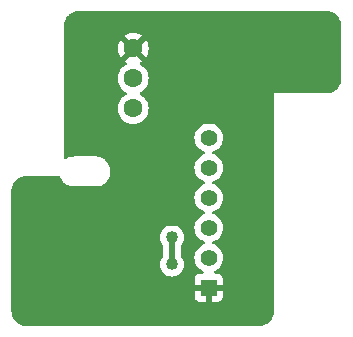
<source format=gbr>
%TF.GenerationSoftware,KiCad,Pcbnew,6.0.7-f9a2dced07~116~ubuntu20.04.1*%
%TF.CreationDate,2022-09-17T15:12:38-07:00*%
%TF.ProjectId,MAG_encoder_adapter,4d41475f-656e-4636-9f64-65725f616461,rev?*%
%TF.SameCoordinates,Original*%
%TF.FileFunction,Copper,L2,Bot*%
%TF.FilePolarity,Positive*%
%FSLAX46Y46*%
G04 Gerber Fmt 4.6, Leading zero omitted, Abs format (unit mm)*
G04 Created by KiCad (PCBNEW 6.0.7-f9a2dced07~116~ubuntu20.04.1) date 2022-09-17 15:12:38*
%MOMM*%
%LPD*%
G01*
G04 APERTURE LIST*
%TA.AperFunction,ComponentPad*%
%ADD10R,1.397000X1.397000*%
%TD*%
%TA.AperFunction,ComponentPad*%
%ADD11C,1.397000*%
%TD*%
%TA.AperFunction,ComponentPad*%
%ADD12C,1.600200*%
%TD*%
%TA.AperFunction,ViaPad*%
%ADD13C,1.016000*%
%TD*%
%TA.AperFunction,Conductor*%
%ADD14C,0.508000*%
%TD*%
G04 APERTURE END LIST*
D10*
%TO.P,J3,1,Pin_1*%
%TO.N,GND*%
X173558000Y-124405500D03*
D11*
%TO.P,J3,2,Pin_2*%
%TO.N,+5V*%
X173558000Y-121865500D03*
%TO.P,J3,3,Pin_3*%
%TO.N,/A*%
X173558000Y-119325500D03*
%TO.P,J3,4,Pin_4*%
%TO.N,/B*%
X173558000Y-116785500D03*
%TO.P,J3,5,Pin_5*%
%TO.N,/PWM*%
X173558000Y-114245500D03*
%TO.P,J3,6,Pin_6*%
%TO.N,/AIN*%
X173558000Y-111705500D03*
%TD*%
D12*
%TO.P,J2,1,Pin_1*%
%TO.N,GND*%
X167156451Y-104140000D03*
%TO.P,J2,2,Pin_2*%
%TO.N,+5V*%
X167156451Y-106680000D03*
%TO.P,J2,3,Pin_3*%
%TO.N,/AIN*%
X167156451Y-109220000D03*
%TD*%
D13*
%TO.N,GND*%
X161290000Y-118110000D03*
%TO.N,/B*%
X170434000Y-120142000D03*
X170434000Y-122428000D03*
%TD*%
D14*
%TO.N,/B*%
X170434000Y-122428000D02*
X170434000Y-120142000D01*
%TD*%
%TA.AperFunction,Conductor*%
%TO.N,GND*%
G36*
X183520474Y-100965479D02*
G01*
X183568516Y-100969682D01*
X183724555Y-100983334D01*
X183746178Y-100987146D01*
X183879535Y-101022879D01*
X183938718Y-101038737D01*
X183959358Y-101046249D01*
X184140015Y-101130492D01*
X184159026Y-101141468D01*
X184300489Y-101240522D01*
X184322314Y-101255804D01*
X184339138Y-101269922D01*
X184480078Y-101410862D01*
X184494196Y-101427686D01*
X184608532Y-101590974D01*
X184619508Y-101609985D01*
X184693102Y-101767807D01*
X184703751Y-101790643D01*
X184711263Y-101811282D01*
X184762853Y-102003818D01*
X184766667Y-102025448D01*
X184784521Y-102229526D01*
X184785000Y-102240507D01*
X184785000Y-106674493D01*
X184784521Y-106685474D01*
X184766667Y-106889552D01*
X184762853Y-106911182D01*
X184711263Y-107103718D01*
X184703751Y-107124357D01*
X184619508Y-107305015D01*
X184608532Y-107324026D01*
X184509478Y-107465489D01*
X184494196Y-107487314D01*
X184480078Y-107504138D01*
X184339138Y-107645078D01*
X184322314Y-107659196D01*
X184159026Y-107773532D01*
X184140015Y-107784508D01*
X183982193Y-107858102D01*
X183959357Y-107868751D01*
X183938717Y-107876263D01*
X183746178Y-107927854D01*
X183724555Y-107931666D01*
X183568516Y-107945318D01*
X183520474Y-107949521D01*
X183509493Y-107950000D01*
X176530000Y-107950000D01*
X176530000Y-100965000D01*
X183509493Y-100965000D01*
X183520474Y-100965479D01*
G37*
%TD.AperFunction*%
%TD*%
%TA.AperFunction,Conductor*%
%TO.N,GND*%
G36*
X179070000Y-126359493D02*
G01*
X179069521Y-126370474D01*
X179051667Y-126574552D01*
X179047853Y-126596182D01*
X178996263Y-126788718D01*
X178988751Y-126809357D01*
X178904508Y-126990015D01*
X178893532Y-127009026D01*
X178794478Y-127150489D01*
X178779196Y-127172314D01*
X178765078Y-127189138D01*
X178624138Y-127330078D01*
X178607314Y-127344196D01*
X178444026Y-127458532D01*
X178425015Y-127469508D01*
X178267193Y-127543102D01*
X178244357Y-127553751D01*
X178223717Y-127561263D01*
X178031178Y-127612854D01*
X178009555Y-127616666D01*
X177853516Y-127630318D01*
X177805474Y-127634521D01*
X177794493Y-127635000D01*
X158120507Y-127635000D01*
X158109526Y-127634521D01*
X158061484Y-127630318D01*
X157905445Y-127616666D01*
X157883822Y-127612854D01*
X157691283Y-127561263D01*
X157670643Y-127553751D01*
X157647807Y-127543102D01*
X157489985Y-127469508D01*
X157470974Y-127458532D01*
X157307686Y-127344196D01*
X157290862Y-127330078D01*
X157149922Y-127189138D01*
X157135804Y-127172314D01*
X157120522Y-127150489D01*
X157021468Y-127009026D01*
X157010492Y-126990015D01*
X156926249Y-126809357D01*
X156918737Y-126788718D01*
X156867147Y-126596182D01*
X156863333Y-126574552D01*
X156845479Y-126370474D01*
X156845000Y-126359493D01*
X156845000Y-125148669D01*
X172351501Y-125148669D01*
X172351871Y-125155490D01*
X172357395Y-125206352D01*
X172361021Y-125221604D01*
X172406176Y-125342054D01*
X172414714Y-125357649D01*
X172491215Y-125459724D01*
X172503776Y-125472285D01*
X172605851Y-125548786D01*
X172621446Y-125557324D01*
X172741894Y-125602478D01*
X172757149Y-125606105D01*
X172808014Y-125611631D01*
X172814828Y-125612000D01*
X173285885Y-125612000D01*
X173301124Y-125607525D01*
X173302329Y-125606135D01*
X173304000Y-125598452D01*
X173304000Y-125593884D01*
X173812000Y-125593884D01*
X173816475Y-125609123D01*
X173817865Y-125610328D01*
X173825548Y-125611999D01*
X174301169Y-125611999D01*
X174307990Y-125611629D01*
X174358852Y-125606105D01*
X174374104Y-125602479D01*
X174494554Y-125557324D01*
X174510149Y-125548786D01*
X174612224Y-125472285D01*
X174624785Y-125459724D01*
X174701286Y-125357649D01*
X174709824Y-125342054D01*
X174754978Y-125221606D01*
X174758605Y-125206351D01*
X174764131Y-125155486D01*
X174764500Y-125148672D01*
X174764500Y-124677615D01*
X174760025Y-124662376D01*
X174758635Y-124661171D01*
X174750952Y-124659500D01*
X173830115Y-124659500D01*
X173814876Y-124663975D01*
X173813671Y-124665365D01*
X173812000Y-124673048D01*
X173812000Y-125593884D01*
X173304000Y-125593884D01*
X173304000Y-124677615D01*
X173299525Y-124662376D01*
X173298135Y-124661171D01*
X173290452Y-124659500D01*
X172369616Y-124659500D01*
X172354377Y-124663975D01*
X172353172Y-124665365D01*
X172351501Y-124673048D01*
X172351501Y-125148669D01*
X156845000Y-125148669D01*
X156845000Y-122413739D01*
X169412682Y-122413739D01*
X169429362Y-122612386D01*
X169439633Y-122648204D01*
X169482245Y-122796807D01*
X169484310Y-122804009D01*
X169487125Y-122809486D01*
X169563864Y-122958805D01*
X169575430Y-122981311D01*
X169699253Y-123137537D01*
X169851063Y-123266737D01*
X169856441Y-123269743D01*
X169856443Y-123269744D01*
X169898397Y-123293191D01*
X170025076Y-123363989D01*
X170030935Y-123365893D01*
X170030938Y-123365894D01*
X170066701Y-123377514D01*
X170214665Y-123425591D01*
X170220775Y-123426320D01*
X170220777Y-123426320D01*
X170288314Y-123434373D01*
X170412609Y-123449194D01*
X170418744Y-123448722D01*
X170418746Y-123448722D01*
X170605226Y-123434373D01*
X170605231Y-123434372D01*
X170611367Y-123433900D01*
X170617297Y-123432244D01*
X170617299Y-123432244D01*
X170707368Y-123407096D01*
X170803370Y-123380292D01*
X170808870Y-123377514D01*
X170975802Y-123293191D01*
X170975804Y-123293190D01*
X170981303Y-123290412D01*
X171138390Y-123167682D01*
X171160962Y-123141532D01*
X171264618Y-123021446D01*
X171264619Y-123021444D01*
X171268647Y-123016778D01*
X171367112Y-122843448D01*
X171430035Y-122654294D01*
X171436105Y-122606247D01*
X171454578Y-122460023D01*
X171454579Y-122460013D01*
X171455020Y-122456520D01*
X171455418Y-122428000D01*
X171435965Y-122229606D01*
X171434184Y-122223707D01*
X171434183Y-122223702D01*
X171380129Y-122044667D01*
X171378348Y-122038768D01*
X171331554Y-121950762D01*
X171287655Y-121868198D01*
X171287653Y-121868195D01*
X171286220Y-121865500D01*
X172346389Y-121865500D01*
X172364796Y-122075894D01*
X172366220Y-122081207D01*
X172366220Y-122081209D01*
X172402240Y-122215635D01*
X172419458Y-122279895D01*
X172421780Y-122284876D01*
X172421781Y-122284877D01*
X172501820Y-122456520D01*
X172508714Y-122471305D01*
X172629852Y-122644309D01*
X172779191Y-122793648D01*
X172783699Y-122796805D01*
X172783702Y-122796807D01*
X172947685Y-122911629D01*
X172952194Y-122914786D01*
X172957176Y-122917109D01*
X172957181Y-122917112D01*
X173046595Y-122958806D01*
X173099880Y-123005723D01*
X173119341Y-123074001D01*
X173098799Y-123141961D01*
X173044776Y-123188026D01*
X172993345Y-123199001D01*
X172814831Y-123199001D01*
X172808010Y-123199371D01*
X172757148Y-123204895D01*
X172741896Y-123208521D01*
X172621446Y-123253676D01*
X172605851Y-123262214D01*
X172503776Y-123338715D01*
X172491215Y-123351276D01*
X172414714Y-123453351D01*
X172406176Y-123468946D01*
X172361022Y-123589394D01*
X172357395Y-123604649D01*
X172351869Y-123655514D01*
X172351500Y-123662328D01*
X172351500Y-124133385D01*
X172355975Y-124148624D01*
X172357365Y-124149829D01*
X172365048Y-124151500D01*
X174746384Y-124151500D01*
X174761623Y-124147025D01*
X174762828Y-124145635D01*
X174764499Y-124137952D01*
X174764499Y-123662331D01*
X174764129Y-123655510D01*
X174758605Y-123604648D01*
X174754979Y-123589396D01*
X174709824Y-123468946D01*
X174701286Y-123453351D01*
X174624785Y-123351276D01*
X174612224Y-123338715D01*
X174510149Y-123262214D01*
X174494554Y-123253676D01*
X174374106Y-123208522D01*
X174358851Y-123204895D01*
X174307986Y-123199369D01*
X174301172Y-123199000D01*
X174122656Y-123199000D01*
X174054535Y-123178998D01*
X174008042Y-123125342D01*
X173997938Y-123055068D01*
X174027432Y-122990488D01*
X174069407Y-122958805D01*
X174158815Y-122917114D01*
X174158821Y-122917111D01*
X174163806Y-122914786D01*
X174168315Y-122911629D01*
X174332298Y-122796807D01*
X174332301Y-122796805D01*
X174336809Y-122793648D01*
X174486148Y-122644309D01*
X174607286Y-122471305D01*
X174614181Y-122456520D01*
X174694219Y-122284877D01*
X174694220Y-122284876D01*
X174696542Y-122279895D01*
X174713761Y-122215635D01*
X174749780Y-122081209D01*
X174749780Y-122081207D01*
X174751204Y-122075894D01*
X174769611Y-121865500D01*
X174751204Y-121655106D01*
X174696542Y-121451105D01*
X174607286Y-121259695D01*
X174486148Y-121086691D01*
X174336809Y-120937352D01*
X174332301Y-120934195D01*
X174332298Y-120934193D01*
X174168315Y-120819371D01*
X174168312Y-120819369D01*
X174163806Y-120816214D01*
X174158824Y-120813891D01*
X174158819Y-120813888D01*
X173977377Y-120729281D01*
X173977376Y-120729281D01*
X173972395Y-120726958D01*
X173967087Y-120725536D01*
X173967085Y-120725535D01*
X173936004Y-120717207D01*
X173875381Y-120680255D01*
X173844360Y-120616394D01*
X173852788Y-120545900D01*
X173897991Y-120491153D01*
X173936004Y-120473793D01*
X173967085Y-120465465D01*
X173967087Y-120465464D01*
X173972395Y-120464042D01*
X173977377Y-120461719D01*
X174158819Y-120377112D01*
X174158824Y-120377109D01*
X174163806Y-120374786D01*
X174224474Y-120332306D01*
X174332298Y-120256807D01*
X174332301Y-120256805D01*
X174336809Y-120253648D01*
X174486148Y-120104309D01*
X174607286Y-119931305D01*
X174610802Y-119923766D01*
X174694219Y-119744877D01*
X174694220Y-119744876D01*
X174696542Y-119739895D01*
X174751204Y-119535894D01*
X174769611Y-119325500D01*
X174751204Y-119115106D01*
X174696542Y-118911105D01*
X174607286Y-118719695D01*
X174486148Y-118546691D01*
X174336809Y-118397352D01*
X174332301Y-118394195D01*
X174332298Y-118394193D01*
X174168315Y-118279371D01*
X174168312Y-118279369D01*
X174163806Y-118276214D01*
X174158824Y-118273891D01*
X174158819Y-118273888D01*
X173977377Y-118189281D01*
X173977376Y-118189281D01*
X173972395Y-118186958D01*
X173967087Y-118185536D01*
X173967085Y-118185535D01*
X173936004Y-118177207D01*
X173875381Y-118140255D01*
X173844360Y-118076394D01*
X173852788Y-118005900D01*
X173897991Y-117951153D01*
X173936004Y-117933793D01*
X173967085Y-117925465D01*
X173967087Y-117925464D01*
X173972395Y-117924042D01*
X173977377Y-117921719D01*
X174158819Y-117837112D01*
X174158824Y-117837109D01*
X174163806Y-117834786D01*
X174168315Y-117831629D01*
X174332298Y-117716807D01*
X174332301Y-117716805D01*
X174336809Y-117713648D01*
X174486148Y-117564309D01*
X174607286Y-117391305D01*
X174696542Y-117199895D01*
X174751204Y-116995894D01*
X174769611Y-116785500D01*
X174751204Y-116575106D01*
X174696542Y-116371105D01*
X174621654Y-116210507D01*
X174609609Y-116184676D01*
X174609607Y-116184673D01*
X174607286Y-116179695D01*
X174486148Y-116006691D01*
X174336809Y-115857352D01*
X174332301Y-115854195D01*
X174332298Y-115854193D01*
X174168315Y-115739371D01*
X174168312Y-115739369D01*
X174163806Y-115736214D01*
X174158824Y-115733891D01*
X174158819Y-115733888D01*
X173977377Y-115649281D01*
X173977376Y-115649281D01*
X173972395Y-115646958D01*
X173967087Y-115645536D01*
X173967085Y-115645535D01*
X173936004Y-115637207D01*
X173875381Y-115600255D01*
X173844360Y-115536394D01*
X173852788Y-115465900D01*
X173897991Y-115411153D01*
X173936004Y-115393793D01*
X173967085Y-115385465D01*
X173967087Y-115385464D01*
X173972395Y-115384042D01*
X173979215Y-115380862D01*
X174158819Y-115297112D01*
X174158824Y-115297109D01*
X174163806Y-115294786D01*
X174168315Y-115291629D01*
X174332298Y-115176807D01*
X174332301Y-115176805D01*
X174336809Y-115173648D01*
X174486148Y-115024309D01*
X174607286Y-114851305D01*
X174696542Y-114659895D01*
X174737148Y-114508354D01*
X174749780Y-114461209D01*
X174749780Y-114461207D01*
X174751204Y-114455894D01*
X174769611Y-114245500D01*
X174751204Y-114035106D01*
X174696542Y-113831105D01*
X174633074Y-113694998D01*
X174609609Y-113644676D01*
X174609607Y-113644673D01*
X174607286Y-113639695D01*
X174486148Y-113466691D01*
X174336809Y-113317352D01*
X174332301Y-113314195D01*
X174332298Y-113314193D01*
X174168315Y-113199371D01*
X174168312Y-113199369D01*
X174163806Y-113196214D01*
X174158824Y-113193891D01*
X174158819Y-113193888D01*
X173977377Y-113109281D01*
X173977376Y-113109281D01*
X173972395Y-113106958D01*
X173967087Y-113105536D01*
X173967085Y-113105535D01*
X173936004Y-113097207D01*
X173875381Y-113060255D01*
X173844360Y-112996394D01*
X173852788Y-112925900D01*
X173897991Y-112871153D01*
X173936004Y-112853793D01*
X173967085Y-112845465D01*
X173967087Y-112845464D01*
X173972395Y-112844042D01*
X174010808Y-112826130D01*
X174158819Y-112757112D01*
X174158824Y-112757109D01*
X174163806Y-112754786D01*
X174296097Y-112662155D01*
X174332298Y-112636807D01*
X174332301Y-112636805D01*
X174336809Y-112633648D01*
X174486148Y-112484309D01*
X174607286Y-112311305D01*
X174642940Y-112234846D01*
X174694219Y-112124877D01*
X174694220Y-112124876D01*
X174696542Y-112119895D01*
X174751204Y-111915894D01*
X174769611Y-111705500D01*
X174751204Y-111495106D01*
X174696542Y-111291105D01*
X174607286Y-111099695D01*
X174486148Y-110926691D01*
X174336809Y-110777352D01*
X174332301Y-110774195D01*
X174332298Y-110774193D01*
X174168315Y-110659371D01*
X174168312Y-110659369D01*
X174163806Y-110656214D01*
X174158824Y-110653891D01*
X174158819Y-110653888D01*
X173977377Y-110569281D01*
X173977376Y-110569281D01*
X173972395Y-110566958D01*
X173967087Y-110565536D01*
X173967085Y-110565535D01*
X173773709Y-110513720D01*
X173773707Y-110513720D01*
X173768394Y-110512296D01*
X173558000Y-110493889D01*
X173347606Y-110512296D01*
X173342293Y-110513720D01*
X173342291Y-110513720D01*
X173148915Y-110565535D01*
X173148913Y-110565536D01*
X173143605Y-110566958D01*
X173138624Y-110569280D01*
X173138623Y-110569281D01*
X172957176Y-110653891D01*
X172957173Y-110653893D01*
X172952195Y-110656214D01*
X172779191Y-110777352D01*
X172629852Y-110926691D01*
X172508714Y-111099695D01*
X172419458Y-111291105D01*
X172364796Y-111495106D01*
X172346389Y-111705500D01*
X172364796Y-111915894D01*
X172419458Y-112119895D01*
X172421780Y-112124876D01*
X172421781Y-112124877D01*
X172473061Y-112234846D01*
X172508714Y-112311305D01*
X172629852Y-112484309D01*
X172779191Y-112633648D01*
X172783699Y-112636805D01*
X172783702Y-112636807D01*
X172819903Y-112662155D01*
X172952194Y-112754786D01*
X172957176Y-112757109D01*
X172957181Y-112757112D01*
X173105192Y-112826130D01*
X173143605Y-112844042D01*
X173148913Y-112845464D01*
X173148915Y-112845465D01*
X173179996Y-112853793D01*
X173240619Y-112890745D01*
X173271640Y-112954606D01*
X173263212Y-113025100D01*
X173218009Y-113079847D01*
X173179996Y-113097207D01*
X173148915Y-113105535D01*
X173148913Y-113105536D01*
X173143605Y-113106958D01*
X173138624Y-113109280D01*
X173138623Y-113109281D01*
X172957176Y-113193891D01*
X172957173Y-113193893D01*
X172952195Y-113196214D01*
X172779191Y-113317352D01*
X172629852Y-113466691D01*
X172508714Y-113639695D01*
X172506393Y-113644673D01*
X172506391Y-113644676D01*
X172482926Y-113694998D01*
X172419458Y-113831105D01*
X172364796Y-114035106D01*
X172346389Y-114245500D01*
X172364796Y-114455894D01*
X172366220Y-114461207D01*
X172366220Y-114461209D01*
X172378853Y-114508354D01*
X172419458Y-114659895D01*
X172508714Y-114851305D01*
X172629852Y-115024309D01*
X172779191Y-115173648D01*
X172783699Y-115176805D01*
X172783702Y-115176807D01*
X172947685Y-115291629D01*
X172952194Y-115294786D01*
X172957176Y-115297109D01*
X172957181Y-115297112D01*
X173136785Y-115380862D01*
X173143605Y-115384042D01*
X173148913Y-115385464D01*
X173148915Y-115385465D01*
X173179996Y-115393793D01*
X173240619Y-115430745D01*
X173271640Y-115494606D01*
X173263212Y-115565100D01*
X173218009Y-115619847D01*
X173179996Y-115637207D01*
X173148915Y-115645535D01*
X173148913Y-115645536D01*
X173143605Y-115646958D01*
X173138624Y-115649280D01*
X173138623Y-115649281D01*
X172957176Y-115733891D01*
X172957173Y-115733893D01*
X172952195Y-115736214D01*
X172779191Y-115857352D01*
X172629852Y-116006691D01*
X172508714Y-116179695D01*
X172506393Y-116184673D01*
X172506391Y-116184676D01*
X172494346Y-116210507D01*
X172419458Y-116371105D01*
X172364796Y-116575106D01*
X172346389Y-116785500D01*
X172364796Y-116995894D01*
X172419458Y-117199895D01*
X172508714Y-117391305D01*
X172629852Y-117564309D01*
X172779191Y-117713648D01*
X172783699Y-117716805D01*
X172783702Y-117716807D01*
X172947685Y-117831629D01*
X172952194Y-117834786D01*
X172957176Y-117837109D01*
X172957181Y-117837112D01*
X173138623Y-117921719D01*
X173143605Y-117924042D01*
X173148913Y-117925464D01*
X173148915Y-117925465D01*
X173179996Y-117933793D01*
X173240619Y-117970745D01*
X173271640Y-118034606D01*
X173263212Y-118105100D01*
X173218009Y-118159847D01*
X173179996Y-118177207D01*
X173148915Y-118185535D01*
X173148913Y-118185536D01*
X173143605Y-118186958D01*
X173138624Y-118189280D01*
X173138623Y-118189281D01*
X172957176Y-118273891D01*
X172957173Y-118273893D01*
X172952195Y-118276214D01*
X172779191Y-118397352D01*
X172629852Y-118546691D01*
X172508714Y-118719695D01*
X172419458Y-118911105D01*
X172364796Y-119115106D01*
X172346389Y-119325500D01*
X172364796Y-119535894D01*
X172419458Y-119739895D01*
X172421780Y-119744876D01*
X172421781Y-119744877D01*
X172505199Y-119923766D01*
X172508714Y-119931305D01*
X172629852Y-120104309D01*
X172779191Y-120253648D01*
X172783699Y-120256805D01*
X172783702Y-120256807D01*
X172891526Y-120332306D01*
X172952194Y-120374786D01*
X172957176Y-120377109D01*
X172957181Y-120377112D01*
X173138623Y-120461719D01*
X173143605Y-120464042D01*
X173148913Y-120465464D01*
X173148915Y-120465465D01*
X173179996Y-120473793D01*
X173240619Y-120510745D01*
X173271640Y-120574606D01*
X173263212Y-120645100D01*
X173218009Y-120699847D01*
X173179996Y-120717207D01*
X173148915Y-120725535D01*
X173148913Y-120725536D01*
X173143605Y-120726958D01*
X173138624Y-120729280D01*
X173138623Y-120729281D01*
X172957176Y-120813891D01*
X172957173Y-120813893D01*
X172952195Y-120816214D01*
X172779191Y-120937352D01*
X172629852Y-121086691D01*
X172508714Y-121259695D01*
X172419458Y-121451105D01*
X172364796Y-121655106D01*
X172346389Y-121865500D01*
X171286220Y-121865500D01*
X171284761Y-121862756D01*
X171280871Y-121857986D01*
X171280868Y-121857982D01*
X171224857Y-121789307D01*
X171197303Y-121723875D01*
X171196500Y-121709671D01*
X171196500Y-120861220D01*
X171216502Y-120793099D01*
X171227114Y-120778895D01*
X171268647Y-120730778D01*
X171367112Y-120557448D01*
X171430035Y-120368294D01*
X171436105Y-120320247D01*
X171454578Y-120174023D01*
X171454579Y-120174013D01*
X171455020Y-120170520D01*
X171455418Y-120142000D01*
X171435965Y-119943606D01*
X171434184Y-119937707D01*
X171434183Y-119937702D01*
X171380129Y-119758667D01*
X171378348Y-119752768D01*
X171284761Y-119576756D01*
X171280871Y-119571986D01*
X171280868Y-119571982D01*
X171162663Y-119427049D01*
X171162660Y-119427046D01*
X171158768Y-119422274D01*
X171005170Y-119295206D01*
X170829815Y-119200392D01*
X170639385Y-119141444D01*
X170633260Y-119140800D01*
X170633259Y-119140800D01*
X170447260Y-119121251D01*
X170447258Y-119121251D01*
X170441131Y-119120607D01*
X170318252Y-119131790D01*
X170248746Y-119138115D01*
X170248745Y-119138115D01*
X170242605Y-119138674D01*
X170236691Y-119140415D01*
X170236689Y-119140415D01*
X170106539Y-119178721D01*
X170051370Y-119194958D01*
X169874709Y-119287314D01*
X169869909Y-119291174D01*
X169869908Y-119291174D01*
X169864893Y-119295206D01*
X169719351Y-119412225D01*
X169591214Y-119564933D01*
X169495179Y-119739621D01*
X169434902Y-119929635D01*
X169412682Y-120127739D01*
X169429362Y-120326386D01*
X169484310Y-120518009D01*
X169575430Y-120695311D01*
X169603541Y-120730778D01*
X169644245Y-120782134D01*
X169670883Y-120847944D01*
X169671500Y-120860399D01*
X169671500Y-121709391D01*
X169651498Y-121777512D01*
X169642022Y-121790382D01*
X169591214Y-121850933D01*
X169495179Y-122025621D01*
X169493318Y-122031488D01*
X169493317Y-122031490D01*
X169479231Y-122075894D01*
X169434902Y-122215635D01*
X169412682Y-122413739D01*
X156845000Y-122413739D01*
X156845000Y-116210507D01*
X156845479Y-116199526D01*
X156863333Y-115995448D01*
X156867147Y-115973818D01*
X156918737Y-115781282D01*
X156926249Y-115760643D01*
X156960302Y-115687616D01*
X157010492Y-115579985D01*
X157021468Y-115560974D01*
X157120522Y-115419511D01*
X157135804Y-115397686D01*
X157149922Y-115380862D01*
X157290862Y-115239922D01*
X157307686Y-115225804D01*
X157329511Y-115210522D01*
X157470974Y-115111468D01*
X157489985Y-115100492D01*
X157670642Y-115016249D01*
X157691282Y-115008737D01*
X157733375Y-114997458D01*
X157883822Y-114957146D01*
X157905445Y-114953334D01*
X158061484Y-114939682D01*
X158109526Y-114935479D01*
X158120507Y-114935000D01*
X160966860Y-114935000D01*
X160997927Y-115035987D01*
X161101946Y-115237519D01*
X161240009Y-115417447D01*
X161324806Y-115494606D01*
X161403605Y-115566308D01*
X161403608Y-115566310D01*
X161407752Y-115570081D01*
X161412503Y-115573062D01*
X161412504Y-115573062D01*
X161595118Y-115687616D01*
X161595122Y-115687618D01*
X161599874Y-115690599D01*
X161810301Y-115775190D01*
X162032382Y-115821181D01*
X162036993Y-115821447D01*
X162036994Y-115821447D01*
X162088121Y-115824395D01*
X162088125Y-115824395D01*
X162089944Y-115824500D01*
X164014535Y-115824500D01*
X164017322Y-115824251D01*
X164017328Y-115824251D01*
X164087506Y-115817987D01*
X164182895Y-115809474D01*
X164401651Y-115749630D01*
X164406709Y-115747218D01*
X164406713Y-115747216D01*
X164601284Y-115654410D01*
X164601285Y-115654409D01*
X164606351Y-115651993D01*
X164715044Y-115573889D01*
X164785966Y-115522926D01*
X164785968Y-115522924D01*
X164790526Y-115519649D01*
X164868968Y-115438704D01*
X164944452Y-115360811D01*
X164944454Y-115360808D01*
X164948355Y-115356783D01*
X165046638Y-115210522D01*
X165071721Y-115173195D01*
X165071724Y-115173190D01*
X165074847Y-115168542D01*
X165166007Y-114960876D01*
X165193508Y-114846324D01*
X165217640Y-114745808D01*
X165217641Y-114745802D01*
X165218950Y-114740349D01*
X165232006Y-114513931D01*
X165204759Y-114288781D01*
X165193129Y-114250975D01*
X165139722Y-114077374D01*
X165138073Y-114072013D01*
X165034054Y-113870481D01*
X164895991Y-113690553D01*
X164783672Y-113588351D01*
X164732395Y-113541692D01*
X164732392Y-113541690D01*
X164728248Y-113537919D01*
X164654894Y-113491904D01*
X164540882Y-113420384D01*
X164540878Y-113420382D01*
X164536126Y-113417401D01*
X164325699Y-113332810D01*
X164103618Y-113286819D01*
X164099007Y-113286553D01*
X164099006Y-113286553D01*
X164047879Y-113283605D01*
X164047875Y-113283605D01*
X164046056Y-113283500D01*
X162121465Y-113283500D01*
X162118678Y-113283749D01*
X162118672Y-113283749D01*
X162048494Y-113290013D01*
X161953105Y-113298526D01*
X161734349Y-113358370D01*
X161729291Y-113360782D01*
X161729287Y-113360784D01*
X161534716Y-113453590D01*
X161529649Y-113456007D01*
X161489525Y-113484839D01*
X161422534Y-113508346D01*
X161353468Y-113491904D01*
X161304255Y-113440731D01*
X161290000Y-113382516D01*
X161290000Y-109220000D01*
X165842852Y-109220000D01*
X165862809Y-109448104D01*
X165922072Y-109669277D01*
X165924394Y-109674258D01*
X165924395Y-109674259D01*
X166016515Y-109871812D01*
X166016518Y-109871817D01*
X166018841Y-109876799D01*
X166150176Y-110064365D01*
X166312086Y-110226275D01*
X166499651Y-110357610D01*
X166504633Y-110359933D01*
X166504638Y-110359936D01*
X166702192Y-110452056D01*
X166707174Y-110454379D01*
X166712482Y-110455801D01*
X166712484Y-110455802D01*
X166923032Y-110512218D01*
X166923034Y-110512218D01*
X166928347Y-110513642D01*
X167156451Y-110533599D01*
X167384555Y-110513642D01*
X167389868Y-110512218D01*
X167389870Y-110512218D01*
X167600418Y-110455802D01*
X167600420Y-110455801D01*
X167605728Y-110454379D01*
X167610710Y-110452056D01*
X167808264Y-110359936D01*
X167808269Y-110359933D01*
X167813251Y-110357610D01*
X168000816Y-110226275D01*
X168162726Y-110064365D01*
X168294061Y-109876799D01*
X168296384Y-109871817D01*
X168296387Y-109871812D01*
X168388507Y-109674259D01*
X168388508Y-109674258D01*
X168390830Y-109669277D01*
X168450093Y-109448104D01*
X168470050Y-109220000D01*
X168450093Y-108991896D01*
X168390830Y-108770723D01*
X168300890Y-108577845D01*
X168296387Y-108568188D01*
X168296384Y-108568183D01*
X168294061Y-108563201D01*
X168196741Y-108424213D01*
X168165885Y-108380146D01*
X168165883Y-108380143D01*
X168162726Y-108375635D01*
X168000816Y-108213725D01*
X167813251Y-108082390D01*
X167808263Y-108080064D01*
X167808260Y-108080062D01*
X167774232Y-108064195D01*
X167720946Y-108017278D01*
X167701485Y-107949001D01*
X167722026Y-107881041D01*
X167774232Y-107835805D01*
X167808260Y-107819938D01*
X167808266Y-107819935D01*
X167813251Y-107817610D01*
X168000816Y-107686275D01*
X168162726Y-107524365D01*
X168294061Y-107336799D01*
X168296384Y-107331817D01*
X168296387Y-107331812D01*
X168388507Y-107134259D01*
X168388508Y-107134258D01*
X168390830Y-107129277D01*
X168450093Y-106908104D01*
X168470050Y-106680000D01*
X168450093Y-106451896D01*
X168390830Y-106230723D01*
X168388507Y-106225741D01*
X168296387Y-106028188D01*
X168296384Y-106028183D01*
X168294061Y-106023201D01*
X168162726Y-105835635D01*
X168000816Y-105673725D01*
X167813251Y-105542390D01*
X167808269Y-105540067D01*
X167808264Y-105540064D01*
X167773640Y-105523919D01*
X167720355Y-105477002D01*
X167700894Y-105408724D01*
X167721436Y-105340764D01*
X167773640Y-105295529D01*
X167808013Y-105279501D01*
X167817508Y-105274018D01*
X167869572Y-105237562D01*
X167877947Y-105227085D01*
X167870879Y-105213638D01*
X167169263Y-104512022D01*
X167155319Y-104504408D01*
X167153486Y-104504539D01*
X167146871Y-104508790D01*
X166441302Y-105214359D01*
X166434872Y-105226134D01*
X166444168Y-105238149D01*
X166495394Y-105274018D01*
X166504893Y-105279503D01*
X166539262Y-105295529D01*
X166592548Y-105342446D01*
X166612009Y-105410723D01*
X166591468Y-105478683D01*
X166539263Y-105523919D01*
X166504639Y-105540064D01*
X166504634Y-105540067D01*
X166499652Y-105542390D01*
X166495145Y-105545546D01*
X166495143Y-105545547D01*
X166316597Y-105670566D01*
X166316594Y-105670568D01*
X166312086Y-105673725D01*
X166150176Y-105835635D01*
X166018841Y-106023201D01*
X166016518Y-106028183D01*
X166016515Y-106028188D01*
X165924395Y-106225741D01*
X165922072Y-106230723D01*
X165862809Y-106451896D01*
X165842852Y-106680000D01*
X165862809Y-106908104D01*
X165922072Y-107129277D01*
X165924394Y-107134258D01*
X165924395Y-107134259D01*
X166016515Y-107331812D01*
X166016518Y-107331817D01*
X166018841Y-107336799D01*
X166150176Y-107524365D01*
X166312086Y-107686275D01*
X166499651Y-107817610D01*
X166504636Y-107819935D01*
X166504642Y-107819938D01*
X166538670Y-107835805D01*
X166591956Y-107882722D01*
X166611417Y-107950999D01*
X166590876Y-108018959D01*
X166538671Y-108064195D01*
X166504639Y-108080064D01*
X166504634Y-108080067D01*
X166499652Y-108082390D01*
X166495145Y-108085546D01*
X166495143Y-108085547D01*
X166316597Y-108210566D01*
X166316594Y-108210568D01*
X166312086Y-108213725D01*
X166150176Y-108375635D01*
X166147019Y-108380143D01*
X166147017Y-108380146D01*
X166116161Y-108424213D01*
X166018841Y-108563201D01*
X166016518Y-108568183D01*
X166016515Y-108568188D01*
X166012012Y-108577845D01*
X165922072Y-108770723D01*
X165862809Y-108991896D01*
X165842852Y-109220000D01*
X161290000Y-109220000D01*
X161290000Y-104145475D01*
X165843833Y-104145475D01*
X165862824Y-104362537D01*
X165864727Y-104373332D01*
X165921120Y-104583796D01*
X165924866Y-104594088D01*
X166016950Y-104791560D01*
X166022433Y-104801057D01*
X166058889Y-104853121D01*
X166069366Y-104861496D01*
X166082814Y-104854427D01*
X166784429Y-104152812D01*
X166790807Y-104141132D01*
X167520859Y-104141132D01*
X167520990Y-104142965D01*
X167525241Y-104149580D01*
X168230810Y-104855149D01*
X168242585Y-104861579D01*
X168254600Y-104852283D01*
X168290469Y-104801057D01*
X168295952Y-104791560D01*
X168388036Y-104594088D01*
X168391782Y-104583796D01*
X168448175Y-104373332D01*
X168450078Y-104362537D01*
X168469069Y-104145475D01*
X168469069Y-104134525D01*
X168450078Y-103917463D01*
X168448175Y-103906668D01*
X168391782Y-103696204D01*
X168388036Y-103685912D01*
X168295952Y-103488440D01*
X168290469Y-103478943D01*
X168254013Y-103426879D01*
X168243536Y-103418504D01*
X168230088Y-103425573D01*
X167528473Y-104127188D01*
X167520859Y-104141132D01*
X166790807Y-104141132D01*
X166792043Y-104138868D01*
X166791912Y-104137035D01*
X166787661Y-104130420D01*
X166082092Y-103424851D01*
X166070317Y-103418421D01*
X166058302Y-103427717D01*
X166022433Y-103478943D01*
X166016950Y-103488440D01*
X165924866Y-103685912D01*
X165921120Y-103696204D01*
X165864727Y-103906668D01*
X165862824Y-103917463D01*
X165843833Y-104134525D01*
X165843833Y-104145475D01*
X161290000Y-104145475D01*
X161290000Y-103052915D01*
X166434955Y-103052915D01*
X166442024Y-103066363D01*
X167143639Y-103767978D01*
X167157583Y-103775592D01*
X167159416Y-103775461D01*
X167166031Y-103771210D01*
X167871600Y-103065641D01*
X167878030Y-103053866D01*
X167868734Y-103041851D01*
X167817508Y-103005982D01*
X167808013Y-103000499D01*
X167610539Y-102908415D01*
X167600247Y-102904669D01*
X167389783Y-102848276D01*
X167378988Y-102846373D01*
X167161926Y-102827382D01*
X167150976Y-102827382D01*
X166933914Y-102846373D01*
X166923119Y-102848276D01*
X166712655Y-102904669D01*
X166702363Y-102908415D01*
X166504891Y-103000499D01*
X166495394Y-103005982D01*
X166443330Y-103042438D01*
X166434955Y-103052915D01*
X161290000Y-103052915D01*
X161290000Y-102240507D01*
X161290479Y-102229526D01*
X161308333Y-102025448D01*
X161312147Y-102003818D01*
X161363737Y-101811282D01*
X161371249Y-101790643D01*
X161381898Y-101767807D01*
X161455492Y-101609985D01*
X161466468Y-101590974D01*
X161580804Y-101427686D01*
X161594922Y-101410862D01*
X161735862Y-101269922D01*
X161752686Y-101255804D01*
X161774511Y-101240522D01*
X161915974Y-101141468D01*
X161934985Y-101130492D01*
X162115642Y-101046249D01*
X162136282Y-101038737D01*
X162178375Y-101027458D01*
X162328822Y-100987146D01*
X162350445Y-100983334D01*
X162506484Y-100969682D01*
X162554526Y-100965479D01*
X162565507Y-100965000D01*
X179070000Y-100965000D01*
X179070000Y-126359493D01*
G37*
%TD.AperFunction*%
%TD*%
M02*

</source>
